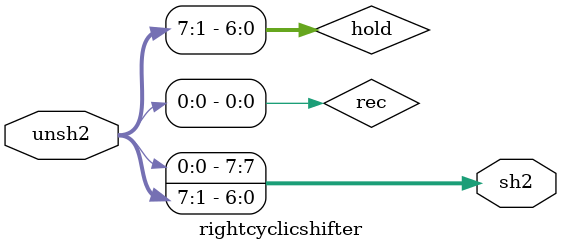
<source format=v>
module rightcyclicshifter (unsh2,sh2);
	parameter INLENGTH = 8, SHIFTNUM = 1;
	input [INLENGTH-1:0] unsh2;
	output [INLENGTH-1:0] sh2;
		
	reg [SHIFTNUM-1:0] rec;
	wire [INLENGTH-1:0] out;
	wire [INLENGTH-SHIFTNUM-1:0] hold;
	
	assign hold = unsh2[INLENGTH-1:SHIFTNUM];
	assign rec = unsh2[SHIFTNUM-1:0];
	assign sh2 = {rec,hold};
	
endmodule
//DONE AND OPTIMIZED

</source>
